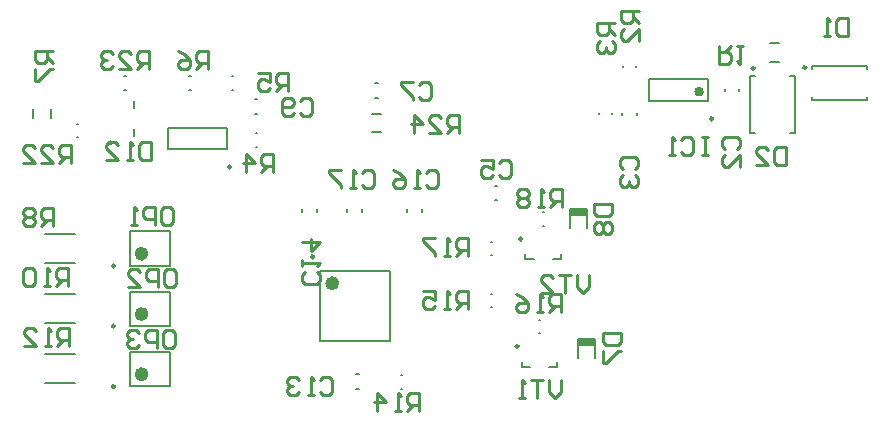
<source format=gbo>
G04 Layer_Color=32896*
%FSLAX43Y43*%
%MOMM*%
G71*
G01*
G75*
%ADD49C,0.600*%
%ADD53C,0.254*%
%ADD54C,0.250*%
%ADD56C,0.200*%
%ADD89C,0.400*%
%ADD90R,1.450X0.550*%
D49*
X47400Y36450D02*
G03*
X47400Y36450I-300J0D01*
G01*
Y41550D02*
G03*
X47400Y41550I-300J0D01*
G01*
Y46650D02*
G03*
X47400Y46650I-300J0D01*
G01*
X63550Y44150D02*
G03*
X63550Y44150I-300J0D01*
G01*
D53*
X47700Y62300D02*
Y63824D01*
X46938D01*
X46684Y63570D01*
Y63062D01*
X46938Y62808D01*
X47700D01*
X47192D02*
X46684Y62300D01*
X45161D02*
X46176D01*
X45161Y63316D01*
Y63570D01*
X45415Y63824D01*
X45923D01*
X46176Y63570D01*
X44653D02*
X44399Y63824D01*
X43891D01*
X43637Y63570D01*
Y63316D01*
X43891Y63062D01*
X44145D01*
X43891D01*
X43637Y62808D01*
Y62554D01*
X43891Y62300D01*
X44399D01*
X44653Y62554D01*
X41100Y54300D02*
Y55824D01*
X40338D01*
X40084Y55570D01*
Y55062D01*
X40338Y54808D01*
X41100D01*
X40592D02*
X40084Y54300D01*
X38561D02*
X39576D01*
X38561Y55316D01*
Y55570D01*
X38815Y55824D01*
X39323D01*
X39576Y55570D01*
X37037Y54300D02*
X38053D01*
X37037Y55316D01*
Y55570D01*
X37291Y55824D01*
X37799D01*
X38053Y55570D01*
X47900Y56124D02*
Y54600D01*
X47138D01*
X46884Y54854D01*
Y55870D01*
X47138Y56124D01*
X47900D01*
X46376Y54600D02*
X45869D01*
X46123D01*
Y56124D01*
X46376Y55870D01*
X44091Y54600D02*
X45107D01*
X44091Y55616D01*
Y55870D01*
X44345Y56124D01*
X44853D01*
X45107Y55870D01*
X49138Y40224D02*
X49646D01*
X49900Y39970D01*
Y38954D01*
X49646Y38700D01*
X49138D01*
X48884Y38954D01*
Y39970D01*
X49138Y40224D01*
X48376Y38700D02*
Y40224D01*
X47615D01*
X47361Y39970D01*
Y39462D01*
X47615Y39208D01*
X48376D01*
X46853Y39970D02*
X46599Y40224D01*
X46091D01*
X45837Y39970D01*
Y39716D01*
X46091Y39462D01*
X46345D01*
X46091D01*
X45837Y39208D01*
Y38954D01*
X46091Y38700D01*
X46599D01*
X46853Y38954D01*
X49238Y45324D02*
X49746D01*
X50000Y45070D01*
Y44054D01*
X49746Y43800D01*
X49238D01*
X48984Y44054D01*
Y45070D01*
X49238Y45324D01*
X48476Y43800D02*
Y45324D01*
X47715D01*
X47461Y45070D01*
Y44562D01*
X47715Y44308D01*
X48476D01*
X45937Y43800D02*
X46953D01*
X45937Y44816D01*
Y45070D01*
X46191Y45324D01*
X46699D01*
X46953Y45070D01*
X49038Y50624D02*
X49546D01*
X49800Y50370D01*
Y49354D01*
X49546Y49100D01*
X49038D01*
X48784Y49354D01*
Y50370D01*
X49038Y50624D01*
X48276Y49100D02*
Y50624D01*
X47515D01*
X47261Y50370D01*
Y49862D01*
X47515Y49608D01*
X48276D01*
X46753Y49100D02*
X46245D01*
X46499D01*
Y50624D01*
X46753Y50370D01*
X85000Y44824D02*
Y43808D01*
X84492Y43300D01*
X83984Y43808D01*
Y44824D01*
X83476D02*
X82461D01*
X82969D01*
Y43300D01*
X80937D02*
X81953D01*
X80937Y44316D01*
Y44570D01*
X81191Y44824D01*
X81699D01*
X81953Y44570D01*
X82600Y35924D02*
Y34908D01*
X82092Y34400D01*
X81584Y34908D01*
Y35924D01*
X81076D02*
X80061D01*
X80569D01*
Y34400D01*
X79553D02*
X79045D01*
X79299D01*
Y35924D01*
X79553Y35670D01*
X82700Y50600D02*
Y52124D01*
X81938D01*
X81684Y51870D01*
Y51362D01*
X81938Y51108D01*
X82700D01*
X82192D02*
X81684Y50600D01*
X81176D02*
X80669D01*
X80923D01*
Y52124D01*
X81176Y51870D01*
X79907D02*
X79653Y52124D01*
X79145D01*
X78891Y51870D01*
Y51616D01*
X79145Y51362D01*
X78891Y51108D01*
Y50854D01*
X79145Y50600D01*
X79653D01*
X79907Y50854D01*
Y51108D01*
X79653Y51362D01*
X79907Y51616D01*
Y51870D01*
X79653Y51362D02*
X79145D01*
X74700Y46500D02*
Y48024D01*
X73938D01*
X73684Y47770D01*
Y47262D01*
X73938Y47008D01*
X74700D01*
X74192D02*
X73684Y46500D01*
X73176D02*
X72669D01*
X72923D01*
Y48024D01*
X73176Y47770D01*
X71907Y48024D02*
X70891D01*
Y47770D01*
X71907Y46754D01*
Y46500D01*
X82600Y41700D02*
Y43224D01*
X81838D01*
X81584Y42970D01*
Y42462D01*
X81838Y42208D01*
X82600D01*
X82092D02*
X81584Y41700D01*
X81076D02*
X80569D01*
X80823D01*
Y43224D01*
X81076Y42970D01*
X78791Y43224D02*
X79299Y42970D01*
X79807Y42462D01*
Y41954D01*
X79553Y41700D01*
X79045D01*
X78791Y41954D01*
Y42208D01*
X79045Y42462D01*
X79807D01*
X74700Y42000D02*
Y43524D01*
X73938D01*
X73684Y43270D01*
Y42762D01*
X73938Y42508D01*
X74700D01*
X74192D02*
X73684Y42000D01*
X73176D02*
X72669D01*
X72923D01*
Y43524D01*
X73176Y43270D01*
X70891Y43524D02*
X71907D01*
Y42762D01*
X71399Y43016D01*
X71145D01*
X70891Y42762D01*
Y42254D01*
X71145Y42000D01*
X71653D01*
X71907Y42254D01*
X70600Y33300D02*
Y34824D01*
X69838D01*
X69584Y34570D01*
Y34062D01*
X69838Y33808D01*
X70600D01*
X70092D02*
X69584Y33300D01*
X69076D02*
X68569D01*
X68823D01*
Y34824D01*
X69076Y34570D01*
X67045Y33300D02*
Y34824D01*
X67807Y34062D01*
X66791D01*
X41000Y38800D02*
Y40324D01*
X40238D01*
X39984Y40070D01*
Y39562D01*
X40238Y39308D01*
X41000D01*
X40492D02*
X39984Y38800D01*
X39476D02*
X38969D01*
X39223D01*
Y40324D01*
X39476Y40070D01*
X37191Y38800D02*
X38207D01*
X37191Y39816D01*
Y40070D01*
X37445Y40324D01*
X37953D01*
X38207Y40070D01*
X40900Y43900D02*
Y45424D01*
X40138D01*
X39884Y45170D01*
Y44662D01*
X40138Y44408D01*
X40900D01*
X40392D02*
X39884Y43900D01*
X39376D02*
X38869D01*
X39123D01*
Y45424D01*
X39376Y45170D01*
X38107D02*
X37853Y45424D01*
X37345D01*
X37091Y45170D01*
Y44154D01*
X37345Y43900D01*
X37853D01*
X38107Y44154D01*
Y45170D01*
X39600Y49000D02*
Y50524D01*
X38838D01*
X38584Y50270D01*
Y49762D01*
X38838Y49508D01*
X39600D01*
X39092D02*
X38584Y49000D01*
X38076Y50270D02*
X37823Y50524D01*
X37315D01*
X37061Y50270D01*
Y50016D01*
X37315Y49762D01*
X37061Y49508D01*
Y49254D01*
X37315Y49000D01*
X37823D01*
X38076Y49254D01*
Y49508D01*
X37823Y49762D01*
X38076Y50016D01*
Y50270D01*
X37823Y49762D02*
X37315D01*
X39600Y63800D02*
X38076D01*
Y63038D01*
X38330Y62784D01*
X38838D01*
X39092Y63038D01*
Y63800D01*
Y63292D02*
X39600Y62784D01*
X38076Y62276D02*
Y61261D01*
X38330D01*
X39346Y62276D01*
X39600D01*
X52700Y62300D02*
Y63824D01*
X51938D01*
X51684Y63570D01*
Y63062D01*
X51938Y62808D01*
X52700D01*
X52192D02*
X51684Y62300D01*
X50161Y63824D02*
X50669Y63570D01*
X51176Y63062D01*
Y62554D01*
X50923Y62300D01*
X50415D01*
X50161Y62554D01*
Y62808D01*
X50415Y63062D01*
X51176D01*
X59500Y60400D02*
Y61924D01*
X58738D01*
X58484Y61670D01*
Y61162D01*
X58738Y60908D01*
X59500D01*
X58992D02*
X58484Y60400D01*
X56961Y61924D02*
X57976D01*
Y61162D01*
X57469Y61416D01*
X57215D01*
X56961Y61162D01*
Y60654D01*
X57215Y60400D01*
X57723D01*
X57976Y60654D01*
X58200Y53600D02*
Y55124D01*
X57438D01*
X57184Y54870D01*
Y54362D01*
X57438Y54108D01*
X58200D01*
X57692D02*
X57184Y53600D01*
X55915D02*
Y55124D01*
X56676Y54362D01*
X55661D01*
X87200Y66200D02*
X85676D01*
Y65438D01*
X85930Y65184D01*
X86438D01*
X86692Y65438D01*
Y66200D01*
Y65692D02*
X87200Y65184D01*
X85930Y64676D02*
X85676Y64423D01*
Y63915D01*
X85930Y63661D01*
X86184D01*
X86438Y63915D01*
Y64169D01*
Y63915D01*
X86692Y63661D01*
X86946D01*
X87200Y63915D01*
Y64423D01*
X86946Y64676D01*
X89200Y67200D02*
X87676D01*
Y66438D01*
X87930Y66184D01*
X88438D01*
X88692Y66438D01*
Y67200D01*
Y66692D02*
X89200Y66184D01*
Y64661D02*
Y65676D01*
X88184Y64661D01*
X87930D01*
X87676Y64915D01*
Y65423D01*
X87930Y65676D01*
X96000Y64200D02*
Y62676D01*
X96762D01*
X97016Y62930D01*
Y63438D01*
X96762Y63692D01*
X96000D01*
X96508D02*
X97016Y64200D01*
X97524D02*
X98031D01*
X97777D01*
Y62676D01*
X97524Y62930D01*
X95100Y56524D02*
X94592D01*
X94846D01*
Y55000D01*
X95100D01*
X94592D01*
X92815Y56270D02*
X93069Y56524D01*
X93576D01*
X93830Y56270D01*
Y55254D01*
X93576Y55000D01*
X93069D01*
X92815Y55254D01*
X92307Y55000D02*
X91799D01*
X92053D01*
Y56524D01*
X92307Y56270D01*
X85376Y50900D02*
X86900D01*
Y50138D01*
X86646Y49884D01*
X85630D01*
X85376Y50138D01*
Y50900D01*
X85630Y49376D02*
X85376Y49123D01*
Y48615D01*
X85630Y48361D01*
X85884D01*
X86138Y48615D01*
X86392Y48361D01*
X86646D01*
X86900Y48615D01*
Y49123D01*
X86646Y49376D01*
X86392D01*
X86138Y49123D01*
X85884Y49376D01*
X85630D01*
X86138Y49123D02*
Y48615D01*
X86176Y39900D02*
X87700D01*
Y39138D01*
X87446Y38884D01*
X86430D01*
X86176Y39138D01*
Y39900D01*
Y38376D02*
Y37361D01*
X86430D01*
X87446Y38376D01*
X87700D01*
X101700Y55724D02*
Y54200D01*
X100938D01*
X100684Y54454D01*
Y55470D01*
X100938Y55724D01*
X101700D01*
X99161Y54200D02*
X100176D01*
X99161Y55216D01*
Y55470D01*
X99415Y55724D01*
X99923D01*
X100176Y55470D01*
X106900Y66624D02*
Y65100D01*
X106138D01*
X105884Y65354D01*
Y66370D01*
X106138Y66624D01*
X106900D01*
X105376Y65100D02*
X104869D01*
X105123D01*
Y66624D01*
X105376Y66370D01*
X65784Y53470D02*
X66038Y53724D01*
X66546D01*
X66800Y53470D01*
Y52454D01*
X66546Y52200D01*
X66038D01*
X65784Y52454D01*
X65276Y52200D02*
X64769D01*
X65023D01*
Y53724D01*
X65276Y53470D01*
X64007Y53724D02*
X62991D01*
Y53470D01*
X64007Y52454D01*
Y52200D01*
X71184Y53470D02*
X71438Y53724D01*
X71946D01*
X72200Y53470D01*
Y52454D01*
X71946Y52200D01*
X71438D01*
X71184Y52454D01*
X70676Y52200D02*
X70169D01*
X70423D01*
Y53724D01*
X70676Y53470D01*
X68391Y53724D02*
X68899Y53470D01*
X69407Y52962D01*
Y52454D01*
X69153Y52200D01*
X68645D01*
X68391Y52454D01*
Y52708D01*
X68645Y52962D01*
X69407D01*
X61970Y45116D02*
X62224Y44862D01*
Y44354D01*
X61970Y44100D01*
X60954D01*
X60700Y44354D01*
Y44862D01*
X60954Y45116D01*
X60700Y45624D02*
Y46131D01*
Y45877D01*
X62224D01*
X61970Y45624D01*
X60700Y47655D02*
X62224D01*
X61462Y46893D01*
Y47909D01*
X62184Y35970D02*
X62438Y36224D01*
X62946D01*
X63200Y35970D01*
Y34954D01*
X62946Y34700D01*
X62438D01*
X62184Y34954D01*
X61676Y34700D02*
X61169D01*
X61423D01*
Y36224D01*
X61676Y35970D01*
X60407D02*
X60153Y36224D01*
X59645D01*
X59391Y35970D01*
Y35716D01*
X59645Y35462D01*
X59899D01*
X59645D01*
X59391Y35208D01*
Y34954D01*
X59645Y34700D01*
X60153D01*
X60407Y34954D01*
X60484Y59570D02*
X60738Y59824D01*
X61246D01*
X61500Y59570D01*
Y58554D01*
X61246Y58300D01*
X60738D01*
X60484Y58554D01*
X59976D02*
X59723Y58300D01*
X59215D01*
X58961Y58554D01*
Y59570D01*
X59215Y59824D01*
X59723D01*
X59976Y59570D01*
Y59316D01*
X59723Y59062D01*
X58961D01*
X70584Y60970D02*
X70838Y61224D01*
X71346D01*
X71600Y60970D01*
Y59954D01*
X71346Y59700D01*
X70838D01*
X70584Y59954D01*
X70076Y61224D02*
X69061D01*
Y60970D01*
X70076Y59954D01*
Y59700D01*
X77384Y54370D02*
X77638Y54624D01*
X78146D01*
X78400Y54370D01*
Y53354D01*
X78146Y53100D01*
X77638D01*
X77384Y53354D01*
X75861Y54624D02*
X76876D01*
Y53862D01*
X76369Y54116D01*
X76115D01*
X75861Y53862D01*
Y53354D01*
X76115Y53100D01*
X76623D01*
X76876Y53354D01*
X87830Y53784D02*
X87576Y54038D01*
Y54546D01*
X87830Y54800D01*
X88846D01*
X89100Y54546D01*
Y54038D01*
X88846Y53784D01*
X87830Y53276D02*
X87576Y53023D01*
Y52515D01*
X87830Y52261D01*
X88084D01*
X88338Y52515D01*
Y52769D01*
Y52515D01*
X88592Y52261D01*
X88846D01*
X89100Y52515D01*
Y53023D01*
X88846Y53276D01*
X96530Y55484D02*
X96276Y55738D01*
Y56246D01*
X96530Y56500D01*
X97546D01*
X97800Y56246D01*
Y55738D01*
X97546Y55484D01*
X97800Y53961D02*
Y54976D01*
X96784Y53961D01*
X96530D01*
X96276Y54215D01*
Y54723D01*
X96530Y54976D01*
X74000Y56900D02*
Y58424D01*
X73238D01*
X72984Y58170D01*
Y57662D01*
X73238Y57408D01*
X74000D01*
X73492D02*
X72984Y56900D01*
X71461D02*
X72476D01*
X71461Y57916D01*
Y58170D01*
X71715Y58424D01*
X72223D01*
X72476Y58170D01*
X70191Y56900D02*
Y58424D01*
X70953Y57662D01*
X69937D01*
D54*
X44650Y56050D02*
G03*
X44650Y56050I-125J0D01*
G01*
X44850Y35415D02*
G03*
X44850Y35415I-125J0D01*
G01*
Y40515D02*
G03*
X44850Y40515I-125J0D01*
G01*
Y45615D02*
G03*
X44850Y45615I-125J0D01*
G01*
X79025Y38800D02*
G03*
X79025Y38800I-125J0D01*
G01*
X79325Y47900D02*
G03*
X79325Y47900I-125J0D01*
G01*
X95480Y58075D02*
G03*
X95480Y58075I-125J0D01*
G01*
X99000Y62350D02*
G03*
X99000Y62350I-125J0D01*
G01*
X103375Y62425D02*
G03*
X103375Y62425I-125J0D01*
G01*
X54680Y54000D02*
G03*
X54680Y54000I-125J0D01*
G01*
X61700Y46400D02*
G03*
X61700Y46400I-125J0D01*
G01*
D56*
X61925Y50200D02*
Y50400D01*
X60675Y50200D02*
Y50400D01*
X41650Y57675D02*
X41750D01*
X41650Y56525D02*
X41750D01*
X45650Y60525D02*
X45750D01*
X45650Y61675D02*
X45750D01*
X46500Y56600D02*
Y57250D01*
Y58950D02*
Y59600D01*
X37925Y58100D02*
Y58900D01*
X39475Y58100D02*
Y58900D01*
X51150Y60525D02*
X51250D01*
X51150Y61675D02*
X51250D01*
X54750D02*
X54850D01*
X54750Y60525D02*
X54850D01*
X56700Y59725D02*
X56900D01*
X56700Y58475D02*
X56900D01*
X56750Y55725D02*
X56850D01*
X56750Y56875D02*
X56850D01*
X46100Y35450D02*
Y38350D01*
X49500Y35450D02*
Y38350D01*
X46100Y35450D02*
X49500D01*
X46100Y38350D02*
X49500D01*
X46100Y40550D02*
Y43450D01*
X49500Y40550D02*
Y43450D01*
X46100Y40550D02*
X49500D01*
X46100Y43450D02*
X49500D01*
X46100Y45650D02*
Y48550D01*
X49500Y45650D02*
Y48550D01*
X46100Y45650D02*
X49500D01*
X46100Y48550D02*
X49500D01*
X38950Y35675D02*
X41450D01*
X38950Y38125D02*
X41450D01*
X38950Y40775D02*
X41450D01*
X38950Y43225D02*
X41450D01*
X38950Y45875D02*
X41450D01*
X38950Y48325D02*
X41450D01*
X65300Y36425D02*
X65500D01*
X65300Y35175D02*
X65500D01*
X69050Y35225D02*
X69150D01*
X69050Y36375D02*
X69150D01*
X65725Y50200D02*
Y50400D01*
X64475Y50200D02*
Y50400D01*
X70825Y50200D02*
Y50400D01*
X69575Y50200D02*
Y50400D01*
X80750Y39925D02*
X80850D01*
X80750Y41075D02*
X80850D01*
X81600Y37100D02*
X82300D01*
Y37500D01*
X79300Y37100D02*
X80000D01*
X79300D02*
Y37500D01*
X76650Y42125D02*
X76750D01*
X76650Y43275D02*
X76750D01*
X76650Y46525D02*
X76750D01*
X76650Y47675D02*
X76750D01*
X81900Y46200D02*
X82600D01*
Y46600D01*
X79600Y46200D02*
X80300D01*
X79600D02*
Y46600D01*
X81050Y49025D02*
X81150D01*
X81050Y50175D02*
X81150D01*
X84075Y39400D02*
X85525D01*
X84075Y37800D02*
Y39400D01*
X85525Y37800D02*
Y39400D01*
X83375Y50400D02*
X84825D01*
X83375Y48800D02*
Y50400D01*
X84825Y48800D02*
Y50400D01*
X77000Y52425D02*
X77200D01*
X77000Y51175D02*
X77200D01*
X85825Y58450D02*
Y58550D01*
X86975Y58450D02*
Y58550D01*
X87775Y58400D02*
Y58600D01*
X89025Y58400D02*
Y58600D01*
X87825Y62450D02*
Y62550D01*
X88975Y62450D02*
Y62550D01*
X90100Y59575D02*
Y61425D01*
X95100Y59575D02*
Y61425D01*
X90100D02*
X95100D01*
X90100Y59575D02*
X95100D01*
X100300Y64475D02*
X101100D01*
X100300Y62925D02*
X101100D01*
X96475Y60400D02*
Y60600D01*
X97725Y60400D02*
Y60600D01*
X98600Y56900D02*
Y61700D01*
X102400Y56900D02*
Y61700D01*
X98600D02*
X99025D01*
X98600Y56900D02*
X99025D01*
X101975Y61700D02*
X102400D01*
X101975Y56900D02*
X102400D01*
X103900Y59650D02*
Y59925D01*
X108500Y59650D02*
Y59925D01*
X103900Y62275D02*
Y62550D01*
X108500Y62275D02*
Y62550D01*
X103900Y59650D02*
X108500D01*
X103900Y62550D02*
X108500D01*
X49300Y55500D02*
X54300D01*
X49300Y57300D02*
X54300D01*
Y55500D02*
Y57300D01*
X49300Y55500D02*
Y57300D01*
X62250Y45150D02*
X68150D01*
X62250Y39250D02*
X68150D01*
X62250D02*
Y45150D01*
X68150Y39250D02*
Y45150D01*
X66900Y59875D02*
X67100D01*
X66900Y61125D02*
X67100D01*
X66600Y56925D02*
X67400D01*
X66600Y58475D02*
X67400D01*
D89*
X94500Y60375D02*
G03*
X94500Y60375I-200J0D01*
G01*
D90*
X84800Y39125D02*
D03*
X84100Y50125D02*
D03*
M02*

</source>
